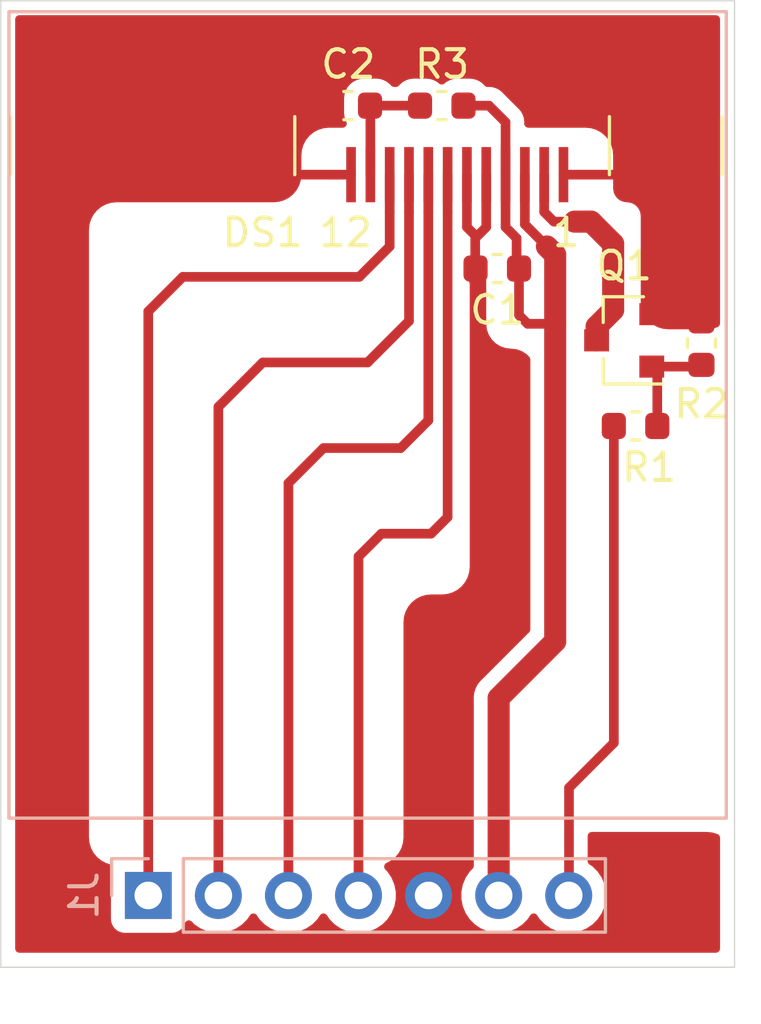
<source format=kicad_pcb>
(kicad_pcb (version 20240108) (generator "pcbnew") (generator_version "8.0")
  (layers (0 "F.Cu" signal) (31 "B.Cu" signal) (34 "B.Paste" user) (35 "F.Paste" user) (36 "B.SilkS" user "B.Silkscreen") (37 "F.SilkS" user "F.Silkscreen") (38 "B.Mask" user) (39 "F.Mask" user) (44 "Edge.Cuts" user))
  (net 0 "")
  (net 1 "Net-(DS1-LEDK)")
  (net 2 "GND")
  (net 3 "+3V3")
  (net 4 "/MOSI")
  (net 5 "/SCK")
  (net 6 "/CS")
  (net 7 "/DC")
  (net 8 "Net-(Q1-G)")
  (net 9 "/BL")
  (net 10 "/RST")
  (footprint "ST7789:ST7789_ALI" (layer "F.Cu") (at 109.9 124.3)
    (property "Reference" "DS1" (at -7.4 5.6 0) (layer "F.SilkS"))
    (property "Value" "ST7789_ALI")
    (fp_line (start -16.545 3.5) (end -16.545 1.4) (stroke (width 0.12)) (layer "F.SilkS"))
    (fp_line (start -6.24 3.5) (end -6.24 1.4) (stroke (width 0.12)) (layer "F.SilkS"))
    (fp_line (start 5.165 3.5) (end 5.165 1.4) (stroke (width 0.12)) (layer "F.SilkS"))
    (fp_line (start 9.255 3.5) (end 9.255 1.4) (stroke (width 0.12)) (layer "F.SilkS"))
    (fp_text user "1" (at 3.6 5.6 0) (layer "F.SilkS"))
    (fp_text user "12" (at -4.4 5.6 0) (layer "F.SilkS"))
    (pad "1" smd rect (at 3.5 3.5) (size 0.35 2) (layers "F.Cu" "F.Paste" "F.Mask") (net 2 "GND"))
    (pad "2" smd rect (at 2.8 3.5) (size 0.35 2) (layers "F.Cu" "F.Paste" "F.Mask") (net 1 "Net-(DS1-LEDK)"))
    (pad "3" smd rect (at 2.1 3.5) (size 0.35 2) (layers "F.Cu" "F.Paste" "F.Mask") (net 3 "+3V3"))
    (pad "4" smd rect (at 1.4 3.5) (size 0.35 2) (layers "F.Cu" "F.Paste" "F.Mask") (net 3 "+3V3"))
    (pad "5" smd rect (at 0.7 3.5) (size 0.35 2) (layers "F.Cu" "F.Paste" "F.Mask") (net 2 "GND"))
    (pad "6" smd rect (at 0 3.5) (size 0.35 2) (layers "F.Cu" "F.Paste" "F.Mask") (net 2 "GND"))
    (pad "7" smd rect (at -0.7 3.5) (size 0.35 2) (layers "F.Cu" "F.Paste" "F.Mask") (net 7 "/DC"))
    (pad "8" smd rect (at -1.4 3.5) (size 0.35 2) (layers "F.Cu" "F.Paste" "F.Mask") (net 6 "/CS"))
    (pad "9" smd rect (at -2.1 3.5) (size 0.35 2) (layers "F.Cu" "F.Paste" "F.Mask") (net 5 "/SCK"))
    (pad "10" smd rect (at -2.8 3.5) (size 0.35 2) (layers "F.Cu" "F.Paste" "F.Mask") (net 4 "/MOSI"))
    (pad "11" smd rect (at -3.5 3.5) (size 0.35 2) (layers "F.Cu" "F.Paste" "F.Mask") (net 10 "/RST"))
    (pad "12" smd rect (at -4.2 3.5) (size 0.35 2) (layers "F.Cu" "F.Paste" "F.Mask") (net 2 "GND"))
  )
  (footprint "Capacitor_SMD:C_0603_1608Metric" (layer "F.Cu") (at 111 131.2 180)
    (property "Reference" "C1" (at 0 -1.5 0) (layer "F.SilkS"))
    (property "Value" "100n")
    (fp_line (start -0.162779 0.51) (end 0.162779 0.51) (stroke (width 0.12)) (layer "F.SilkS"))
    (fp_line (start -0.162779 -0.51) (end 0.162779 -0.51) (stroke (width 0.12)) (layer "F.SilkS"))
    (pad "1" smd roundrect (at -0.7875 0 180) (size 0.875 0.95) (layers "F.Cu" "F.Paste" "F.Mask") (net 3 "+3V3"))
    (pad "2" smd roundrect (at 0.7875 0 180) (size 0.875 0.95) (layers "F.Cu" "F.Paste" "F.Mask") (net 2 "GND"))
  )
  (footprint "Capacitor_SMD:C_0603_1608Metric" (layer "F.Cu") (at 105.6 125.3 180)
    (property "Reference" "C2" (at 0 1.5 0) (layer "F.SilkS"))
    (property "Value" "100n")
    (fp_line (start -0.162779 0.51) (end 0.162779 0.51) (stroke (width 0.12)) (layer "F.SilkS"))
    (fp_line (start -0.162779 -0.51) (end 0.162779 -0.51) (stroke (width 0.12)) (layer "F.SilkS"))
    (pad "1" smd roundrect (at -0.7875 0 180) (size 0.875 0.95) (layers "F.Cu" "F.Paste" "F.Mask") (net 10 "/RST"))
    (pad "2" smd roundrect (at 0.7875 0 180) (size 0.875 0.95) (layers "F.Cu" "F.Paste" "F.Mask") (net 2 "GND"))
  )
  (footprint "Resistor_SMD:R_0603_1608Metric" (layer "F.Cu") (at 116.0125 136.9)
    (property "Reference" "R1" (at 0.4875 1.5 0) (layer "F.SilkS"))
    (property "Value" "100")
    (fp_line (start -0.162779 -0.51) (end 0.162779 -0.51) (stroke (width 0.12)) (layer "F.SilkS"))
    (fp_line (start -0.162779 0.51) (end 0.162779 0.51) (stroke (width 0.12)) (layer "F.SilkS"))
    (pad "1" smd roundrect (at -0.7875 0) (size 0.875 0.95) (layers "F.Cu" "F.Paste" "F.Mask") (net 9 "/BL"))
    (pad "2" smd roundrect (at 0.7875 0) (size 0.875 0.95) (layers "F.Cu" "F.Paste" "F.Mask") (net 8 "Net-(Q1-G)"))
  )
  (footprint "Resistor_SMD:R_0603_1608Metric" (layer "F.Cu") (at 118.4 133.9 -90)
    (property "Reference" "R2" (at 2.2 0 180) (layer "F.SilkS"))
    (property "Value" "100K")
    (fp_line (start -0.162779 0.51) (end 0.162779 0.51) (stroke (width 0.12)) (layer "F.SilkS"))
    (fp_line (start -0.162779 -0.51) (end 0.162779 -0.51) (stroke (width 0.12)) (layer "F.SilkS"))
    (pad "1" smd roundrect (at -0.7875 0 270) (size 0.875 0.95) (layers "F.Cu" "F.Paste" "F.Mask") (net 2 "GND"))
    (pad "2" smd roundrect (at 0.7875 0 270) (size 0.875 0.95) (layers "F.Cu" "F.Paste" "F.Mask") (net 8 "Net-(Q1-G)"))
  )
  (footprint "Resistor_SMD:R_0603_1608Metric" (layer "F.Cu") (at 108.9875 125.3)
    (property "Reference" "R3" (at 0.0125 -1.5 0) (layer "F.SilkS"))
    (property "Value" "10K")
    (fp_line (start -0.162779 -0.51) (end 0.162779 -0.51) (stroke (width 0.12)) (layer "F.SilkS"))
    (fp_line (start -0.162779 0.51) (end 0.162779 0.51) (stroke (width 0.12)) (layer "F.SilkS"))
    (pad "1" smd roundrect (at -0.7875 0) (size 0.875 0.95) (layers "F.Cu" "F.Paste" "F.Mask") (net 10 "/RST"))
    (pad "2" smd roundrect (at 0.7875 0) (size 0.875 0.95) (layers "F.Cu" "F.Paste" "F.Mask") (net 3 "+3V3"))
  )
  (footprint "Package_TO_SOT_SMD:SOT-23" (layer "F.Cu") (at 115.6 133.8 180)
    (property "Reference" "Q1" (at 0 2.7 0) (layer "F.SilkS"))
    (property "Value" "Q_NMOS_GSD")
    (fp_line (start 0.76 1.58) (end 0.76 0.65) (stroke (width 0.12)) (layer "F.SilkS"))
    (fp_line (start 0.76 1.58) (end -0.7 1.58) (stroke (width 0.12)) (layer "F.SilkS"))
    (fp_line (start 0.76 -1.58) (end 0.76 -0.65) (stroke (width 0.12)) (layer "F.SilkS"))
    (fp_line (start 0.76 -1.58) (end -1.4 -1.58) (stroke (width 0.12)) (layer "F.SilkS"))
    (pad "1" smd rect (at -1 -0.95 180) (size 0.9 0.8) (layers "F.Cu" "F.Paste" "F.Mask") (net 8 "Net-(Q1-G)"))
    (pad "2" smd rect (at -1 0.95 180) (size 0.9 0.8) (layers "F.Cu" "F.Paste" "F.Mask") (net 2 "GND"))
    (pad "3" smd rect (at 1 0 180) (size 0.9 0.8) (layers "F.Cu" "F.Paste" "F.Mask") (net 1 "Net-(DS1-LEDK)"))
  )
  (footprint "Connector_PinHeader_2.54mm:PinHeader_1x07_P2.54mm_Vertical" (layer "B.Cu") (at 98.35 153.9 -90)
    (property "Reference" "J1" (at 0 2.33 -90) (layer "B.SilkS") (effects (justify mirror)))
    (property "Value" "Conn_01x07")
    (fp_line (start -1.33 1.33) (end 0 1.33) (stroke (width 0.12)) (layer "B.SilkS"))
    (fp_line (start -1.33 0) (end -1.33 1.33) (stroke (width 0.12)) (layer "B.SilkS"))
    (fp_line (start -1.33 -1.27) (end 1.33 -1.27) (stroke (width 0.12)) (layer "B.SilkS"))
    (fp_line (start -1.33 -1.27) (end -1.33 -16.57) (stroke (width 0.12)) (layer "B.SilkS"))
    (fp_line (start 1.33 -1.27) (end 1.33 -16.57) (stroke (width 0.12)) (layer "B.SilkS"))
    (fp_line (start -1.33 -16.57) (end 1.33 -16.57) (stroke (width 0.12)) (layer "B.SilkS"))
    (pad "1" thru_hole rect (at 0 0 270) (size 1.7 1.7) (drill 1) (layers "*.Cu" "*.Mask") (net 4 "/MOSI"))
    (pad "2" thru_hole oval (at 0 -2.54 270) (size 1.7 1.7) (drill 1) (layers "*.Cu" "*.Mask") (net 5 "/SCK"))
    (pad "3" thru_hole oval (at 0 -5.08 270) (size 1.7 1.7) (drill 1) (layers "*.Cu" "*.Mask") (net 6 "/CS"))
    (pad "4" thru_hole oval (at 0 -7.62 270) (size 1.7 1.7) (drill 1) (layers "*.Cu" "*.Mask") (net 7 "/DC"))
    (pad "5" thru_hole oval (at 0 -10.16 270) (size 1.7 1.7) (drill 1) (layers "*.Cu" "*.Mask") (net 2 "GND"))
    (pad "6" thru_hole oval (at 0 -12.7 270) (size 1.7 1.7) (drill 1) (layers "*.Cu" "*.Mask") (net 3 "+3V3"))
    (pad "7" thru_hole oval (at 0 -15.24 270) (size 1.7 1.7) (drill 1) (layers "*.Cu" "*.Mask") (net 9 "/BL"))
  )
  (gr_line (start 93.3 151.1) (end 93.3 121.9) (stroke (width 0.12)) (layer "B.SilkS"))
  (gr_line (start 119.3 121.9) (end 119.3 151.1) (stroke (width 0.12)) (layer "B.SilkS"))
  (gr_line (start 93.3 121.9) (end 119.3 121.9) (stroke (width 0.12)) (layer "B.SilkS"))
  (gr_line (start 119.3 151.1) (end 93.3 151.1) (stroke (width 0.12)) (layer "B.SilkS"))
  (gr_line (start 119.6 156.5) (end 93 156.5) (stroke (width 0.05)) (layer "Edge.Cuts"))
  (gr_line (start 93 121.5) (end 119.6 121.5) (stroke (width 0.05)) (layer "Edge.Cuts"))
  (gr_line (start 93 156.5) (end 93 121.5) (stroke (width 0.05)) (layer "Edge.Cuts"))
  (gr_line (start 119.6 121.5) (end 119.6 156.5) (stroke (width 0.05)) (layer "Edge.Cuts"))
  (segment (start 113.05 129.5) (end 113.8 129.5) (width 0.35) (layer "F.Cu") (net 1))
  (segment (start 115.2 132.7) (end 115.2 130.3) (width 0.8) (layer "F.Cu") (net 1))
  (segment (start 114.6 133.3) (end 115.2 132.7) (width 0.8) (layer "F.Cu") (net 1))
  (segment (start 115.2 130.3) (end 114.4 129.5) (width 0.8) (layer "F.Cu") (net 1))
  (segment (start 114.6 133.8) (end 114.6 133.3) (width 0.8) (layer "F.Cu") (net 1))
  (segment (start 112.7 129.15) (end 113.05 129.5) (width 0.35) (layer "F.Cu") (net 1))
  (segment (start 112.7 127.8) (end 112.7 129.15) (width 0.35) (layer "F.Cu") (net 1))
  (segment (start 114.4 129.5) (end 113.8 129.5) (width 0.8) (layer "F.Cu") (net 1))
  (segment (start 109.9 129.7) (end 110.2 130) (width 0.35) (layer "F.Cu") (net 2))
  (segment (start 105.175 127.8) (end 103.3 127.8) (width 0.35) (layer "F.Cu") (net 2))
  (segment (start 113.4 127.8) (end 116.5 127.8) (width 0.35) (layer "F.Cu") (net 2))
  (segment (start 110.6 127.8) (end 110.6 129.7) (width 0.35) (layer "F.Cu") (net 2))
  (segment (start 110.3 130) (end 110.2 130) (width 0.35) (layer "F.Cu") (net 2))
  (segment (start 110.2 131.1875) (end 110.2125 131.2) (width 0.35) (layer "F.Cu") (net 2))
  (segment (start 109.9 127.8) (end 109.9 129.7) (width 0.35) (layer "F.Cu") (net 2))
  (segment (start 110.2 130) (end 110.2 131.1875) (width 0.35) (layer "F.Cu") (net 2))
  (segment (start 105.7 127.8) (end 105.175 127.8) (width 0.35) (layer "F.Cu") (net 2))
  (segment (start 110.6 129.7) (end 110.3 130) (width 0.35) (layer "F.Cu") (net 2))
  (segment (start 111.70001 130.47501) (end 111.70001 131.44999) (width 0.35) (layer "F.Cu") (net 3))
  (segment (start 111.3 125.9) (end 110.7 125.3) (width 0.35) (layer "F.Cu") (net 3))
  (segment (start 111.05 146.75) (end 113.1 144.7) (width 0.8) (layer "F.Cu") (net 3))
  (segment (start 113.1 133.2) (end 113.1 130.7) (width 0.8) (layer "F.Cu") (net 3))
  (segment (start 112 129.6) (end 112.8 130.4) (width 0.35) (layer "F.Cu") (net 3))
  (segment (start 111.7875 132.8875) (end 111.7875 131.2) (width 0.35) (layer "F.Cu") (net 3))
  (segment (start 111.70001 130.10001) (end 111.70001 130.47501) (width 0.35) (layer "F.Cu") (net 3))
  (segment (start 111.3 127.8) (end 111.3 129.7) (width 0.35) (layer "F.Cu") (net 3))
  (segment (start 111.05 153.9) (end 111.05 146.75) (width 0.8) (layer "F.Cu") (net 3))
  (segment (start 112.1 133.2) (end 111.7875 132.8875) (width 0.35) (layer "F.Cu") (net 3))
  (segment (start 112 127.8) (end 112 129.6) (width 0.35) (layer "F.Cu") (net 3))
  (segment (start 111.3 127.8) (end 111.3 125.9) (width 0.35) (layer "F.Cu") (net 3))
  (segment (start 111.3 129.7) (end 111.70001 130.10001) (width 0.35) (layer "F.Cu") (net 3))
  (segment (start 113.1 144.7) (end 113.1 133.2) (width 0.8) (layer "F.Cu") (net 3))
  (segment (start 113.1 133.2) (end 112.1 133.2) (width 0.35) (layer "F.Cu") (net 3))
  (segment (start 110.7 125.3) (end 109.775 125.3) (width 0.35) (layer "F.Cu") (net 3))
  (segment (start 113.1 130.7) (end 112.8 130.4) (width 0.8) (layer "F.Cu") (net 3))
  (segment (start 106 131.5) (end 107.1 130.4) (width 0.35) (layer "F.Cu") (net 4))
  (segment (start 98.35 132.75) (end 99.6 131.5) (width 0.35) (layer "F.Cu") (net 4))
  (segment (start 99.6 131.5) (end 106 131.5) (width 0.35) (layer "F.Cu") (net 4))
  (segment (start 107.1 130.4) (end 107.1 129.15) (width 0.35) (layer "F.Cu") (net 4))
  (segment (start 98.35 153.9) (end 98.35 132.75) (width 0.35) (layer "F.Cu") (net 4))
  (segment (start 107.1 129.15) (end 107.1 127.8) (width 0.35) (layer "F.Cu") (net 4))
  (segment (start 100.89 136.21) (end 102.5 134.6) (width 0.35) (layer "F.Cu") (net 5))
  (segment (start 100.89 153.9) (end 100.89 136.21) (width 0.35) (layer "F.Cu") (net 5))
  (segment (start 107.8 133.1) (end 107.8 129.15) (width 0.35) (layer "F.Cu") (net 5))
  (segment (start 102.5 134.6) (end 106.3 134.6) (width 0.35) (layer "F.Cu") (net 5))
  (segment (start 107.8 129.15) (end 107.8 127.8) (width 0.35) (layer "F.Cu") (net 5))
  (segment (start 106.3 134.6) (end 107.8 133.1) (width 0.35) (layer "F.Cu") (net 5))
  (segment (start 107.5 137.7) (end 108.5 136.7) (width 0.35) (layer "F.Cu") (net 6))
  (segment (start 108.5 136.7) (end 108.5 129.15) (width 0.35) (layer "F.Cu") (net 6))
  (segment (start 103.43 153.9) (end 103.43 138.97) (width 0.35) (layer "F.Cu") (net 6))
  (segment (start 108.5 129.15) (end 108.5 127.8) (width 0.35) (layer "F.Cu") (net 6))
  (segment (start 103.43 138.97) (end 104.7 137.7) (width 0.35) (layer "F.Cu") (net 6))
  (segment (start 104.7 137.7) (end 107.5 137.7) (width 0.35) (layer "F.Cu") (net 6))
  (segment (start 109.2 140.2) (end 109.2 129.15) (width 0.35) (layer "F.Cu") (net 7))
  (segment (start 105.97 153.9) (end 105.97 141.63) (width 0.35) (layer "F.Cu") (net 7))
  (segment (start 106.8 140.8) (end 108.6 140.8) (width 0.35) (layer "F.Cu") (net 7))
  (segment (start 108.6 140.8) (end 109.2 140.2) (width 0.35) (layer "F.Cu") (net 7))
  (segment (start 105.97 141.63) (end 106.8 140.8) (width 0.35) (layer "F.Cu") (net 7))
  (segment (start 109.2 129.15) (end 109.2 127.8) (width 0.35) (layer "F.Cu") (net 7))
  (segment (start 118.3375 134.75) (end 118.4 134.6875) (width 0.35) (layer "F.Cu") (net 8))
  (segment (start 116.8 136.9) (end 116.8 134.95) (width 0.35) (layer "F.Cu") (net 8))
  (segment (start 116.6 134.75) (end 118.3375 134.75) (width 0.35) (layer "F.Cu") (net 8))
  (segment (start 116.8 134.95) (end 116.6 134.75) (width 0.35) (layer "F.Cu") (net 8))
  (segment (start 115.225 148.375) (end 115.225 136.9) (width 0.35) (layer "F.Cu") (net 9))
  (segment (start 113.59 153.9) (end 113.6 153.89) (width 0.35) (layer "F.Cu") (net 9))
  (segment (start 113.6 150) (end 115.225 148.375) (width 0.35) (layer "F.Cu") (net 9))
  (segment (start 113.6 153.89) (end 113.6 150) (width 0.35) (layer "F.Cu") (net 9))
  (segment (start 106.4 127.8) (end 106.4 125.3) (width 0.35) (layer "F.Cu") (net 10))
  (segment (start 106.4 125.3) (end 108.2 125.3) (width 0.35) (layer "F.Cu") (net 10))
  (zone (net 2) (net_name "GND") (layer "F.Cu") (connect_pads yes (clearance 0.5)) (min_thickness 0.3) (fill yes (thermal_gap 0.508) (thermal_bridge_width 0.508) (smoothing fillet) (radius 1))
    (polygon (pts (xy 119.6 133.4) (xy 116.2 133.4) (xy 116.2 128.8) (xy 115.2 128.8) (xy 115.2 126.1) (xy 103.9 126.1) (xy 103.9 128.8) (xy 96.2 128.8) (xy 96.2 152.8) (xy 107.6 152.8) (xy 107.6 143) (xy 110 143) (xy 110 131.6) (xy 109.7 131.6) (xy 109.7 130.9) (xy 110.6 130.9) (xy 110.6 134.1) (xy 112.4 134.1) (xy 112.4 151.6) (xy 119.6 151.6) (xy 119.6 156.5) (xy 93 156.5) (xy 93 121.5) (xy 119.6 121.5)))
  )
)
</source>
